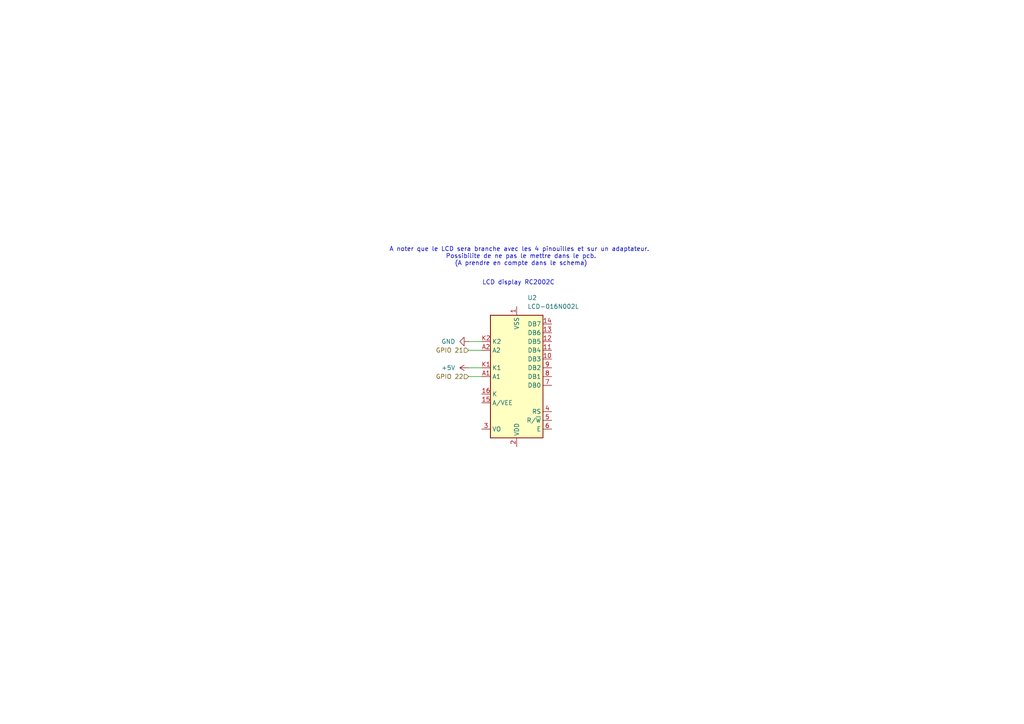
<source format=kicad_sch>
(kicad_sch (version 20250114) (generator "eeschema") (generator_version "9.0")
  (paper "A4")
  (lib_symbols
    (symbol "Display_Character:LCD-016N002L"
      (property "Reference" "U" (at -6.35 18.796 0))
      (property "Value" "LCD-016N002L" (at 8.636 18.796 0))
      (symbol "LCD-016N002L_1_1"
        (rectangle (start -7.62 17.78) (end 7.62 -17.78) (stroke (width 0.254)) (fill (type background)))
        (pin input line (at -10.16 15.24 0) (length 2.54) (name "E") (number "6"))
        (pin input line (at -10.16 12.7 0) (length 2.54) (name "R/~{W}") (number "5"))
        (pin input line (at -10.16 10.16 0) (length 2.54) (name "RS") (number "4"))
        (pin bidirectional line (at -10.16 2.54 0) (length 2.54) (name "DB0") (number "7"))
        (pin bidirectional line (at -10.16 0 0) (length 2.54) (name "DB1") (number "8"))
        (pin bidirectional line (at -10.16 -2.54 0) (length 2.54) (name "DB2") (number "9"))
        (pin bidirectional line (at -10.16 -5.08 0) (length 2.54) (name "DB3") (number "10"))
        (pin bidirectional line (at -10.16 -7.62 0) (length 2.54) (name "DB4") (number "11"))
        (pin bidirectional line (at -10.16 -10.16 0) (length 2.54) (name "DB5") (number "12"))
        (pin bidirectional line (at -10.16 -12.7 0) (length 2.54) (name "DB6") (number "13"))
        (pin bidirectional line (at -10.16 -15.24 0) (length 2.54) (name "DB7") (number "14"))
        (pin power_in line (at 0 20.32 270) (length 2.54) (name "VDD") (number "2"))
        (pin power_in line (at 0 -20.32 90) (length 2.54) (name "VSS") (number "1"))
        (pin input line (at 10.16 15.24 180) (length 2.54) (name "VO") (number "3"))
        (pin power_in line (at 10.16 7.62 180) (length 2.54) (name "A/VEE") (number "15"))
        (pin power_in line (at 10.16 5.08 180) (length 2.54) (name "K") (number "16"))
        (pin power_in line (at 10.16 0 180) (length 2.54) (name "A1") (number "A1"))
        (pin power_in line (at 10.16 -2.54 180) (length 2.54) (name "K1") (number "K1"))
        (pin power_in line (at 10.16 -7.62 180) (length 2.54) (name "A2") (number "A2"))
        (pin power_in line (at 10.16 -10.16 180) (length 2.54) (name "K2") (number "K2"))
      )
    )
    (symbol "power:+5V" (power) (pin_numbers (hide yes)) (pin_names (offset 0) (hide yes))
      (property "Value" "+5V" (at 0 3.556 0))
      (symbol "+5V_0_1"
        (polyline (pts (xy -0.762 1.27) (xy 0 2.54)))
        (polyline (pts (xy 0 2.54) (xy 0.762 1.27)))
        (polyline (pts (xy 0 0) (xy 0 2.54)))
      )
      (symbol "+5V_1_1"
        (pin power_in line (at 0 0 90) (length 0) (name "~") (number "1"))
      )
    )
    (symbol "power:GND" (power) (pin_numbers (hide yes)) (pin_names (offset 0) (hide yes))
      (property "Value" "GND" (at 0 -3.81 0))
      (symbol "GND_0_1"
        (polyline (pts (xy 0 0) (xy 0 -1.27) (xy 1.27 -1.27) (xy 0 -2.54) (xy -1.27 -1.27) (xy 0 -1.27)))
      )
      (symbol "GND_1_1"
        (pin power_in line (at 0 0 270) (length 0) (name "~") (number "1"))
      )
    )
  )
  (text "A noter que le LCD sera branche avec les 4 pinouilles et sur un adaptateur. \nPossibilite de ne pas le mettre dans le pcb.\n(A prendre en compte dans le schema)\n" (at 151.13 74.422 0) (effects (font (size 1.27 1.27))))
  (text "LCD display RC2002C" (at 150.368 82.042 0) (effects (font (size 1.27 1.27))))
  (wire (pts (xy 135.89 106.68) (xy 139.7 106.68)))
  (wire (pts (xy 135.89 101.6) (xy 139.7 101.6)))
  (wire (pts (xy 135.89 109.22) (xy 139.7 109.22)))
  (wire (pts (xy 135.89 99.06) (xy 139.7 99.06)))
  (hierarchical_label "GPIO 22" (shape input) (at 135.89 109.22 180))
  (hierarchical_label "GPIO 21" (shape input) (at 135.89 101.6 180))
  (symbol (lib_id "power:+5V") (at 135.89 106.68 90) (unit 1)
    (property "Reference" "#PWR06" (effects (hide yes)))
    (property "Value" "+5V" (at 132.08 106.6799 90) (effects (justify left)))
    (property "Description" "Power symbol creates a global label with name \"+5V\"" (effects (hide yes)))
  )
  (symbol (lib_id "Display_Character:LCD-016N002L") (at 149.86 109.22 180) (unit 1)
    (property "Reference" "U2" (at 152.9781 86.36 0) (effects (justify right)))
    (property "Value" "LCD-016N002L" (at 152.9781 88.9 0) (effects (justify right)))
    (property "Footprint" "Connector_PinSocket_2.00mm:PinSocket_1x04_P2.00mm_Vertical" (effects (hide yes)))
    (property "Datasheet" "http://www.vishay.com/docs/37299/37299.pdf" (effects (hide yes)))
    (property "Description" "LCD 12x2, 8 bit parallel bus, 3V or 5V VDD" (effects (hide yes)))
  )
  (symbol (lib_id "power:GND") (at 135.89 99.06 270) (unit 1)
    (property "Reference" "#PWR05" (effects (hide yes)))
    (property "Value" "GND" (at 132.08 99.0599 90) (effects (justify right)))
    (property "Description" "Power symbol creates a global label with name \"GND\" , ground" (effects (hide yes)))
  )
)
</source>
